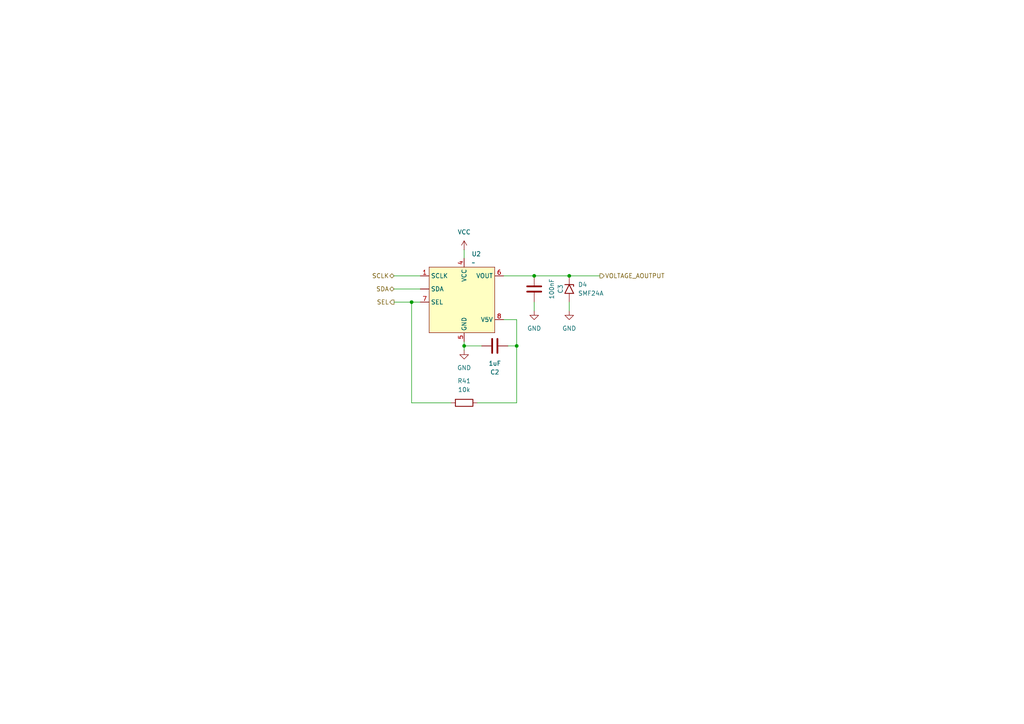
<source format=kicad_sch>
(kicad_sch (version 20250114) (generator "eeschema") (generator_version "9.0")
  (paper "A4")
  (lib_symbols
    (symbol "Device:C" (pin_numbers (hide yes)) (pin_names (offset 0.254))
      (property "Reference" "C" (at 0.635 2.54 0))
      (property "Value" "C" (at 0.635 -2.54 0))
      (symbol "C_0_1"
        (polyline (pts (xy -2.032 0.762) (xy 2.032 0.762)) (stroke (width 0.508)))
        (polyline (pts (xy -2.032 -0.762) (xy 2.032 -0.762)) (stroke (width 0.508)))
      )
      (symbol "C_1_1"
        (pin passive line (at 0 3.81 270) (length 2.794) (name "~") (number "1"))
        (pin passive line (at 0 -3.81 90) (length 2.794) (name "~") (number "2"))
      )
    )
    (symbol "Device:R" (pin_numbers (hide yes)) (pin_names (offset 0))
      (property "Reference" "R" (at 2.032 0 90))
      (property "Value" "R" (at 0 0 90))
      (symbol "R_0_1"
        (rectangle (start -1.016 -2.54) (end 1.016 2.54) (stroke (width 0.254)))
      )
      (symbol "R_1_1"
        (pin passive line (at 0 3.81 270) (length 1.27) (name "~") (number "1"))
        (pin passive line (at 0 -3.81 90) (length 1.27) (name "~") (number "2"))
      )
    )
    (symbol "Diode:SMF24A" (pin_numbers (hide yes)) (pin_names (offset 1.016) (hide yes))
      (property "Reference" "D" (at 0 2.54 0))
      (property "Value" "SMF24A" (at 0 -2.54 0))
      (symbol "SMF24A_0_1"
        (polyline (pts (xy -0.762 1.27) (xy -1.27 1.27) (xy -1.27 -1.27)) (stroke (width 0.254)))
        (polyline (pts (xy 1.27 1.27) (xy 1.27 -1.27) (xy -1.27 0) (xy 1.27 1.27)) (stroke (width 0.254)))
      )
      (symbol "SMF24A_1_1"
        (pin passive line (at -3.81 0 0) (length 2.54) (name "A1") (number "1"))
        (pin passive line (at 3.81 0 180) (length 2.54) (name "A2") (number "2"))
      )
    )
    (symbol "Riqi_Parts:GP8201S"
      (property "Reference" "U" (at 0 0 0))
      (symbol "GP8201S_1_1"
        (rectangle (start -3.81 -1.27) (end 15.24 -20.32) (fill (type background)))
        (pin passive line (at -6.35 -3.81 0) (length 2.54) (name "SCLK") (number "1"))
        (pin passive line (at -6.35 -7.62 0) (length 2.54) (name "SDA") (number ""))
        (pin passive line (at -6.35 -11.43 0) (length 2.54) (name "SEL") (number "7"))
        (pin passive line (at 6.35 1.27 270) (length 2.54) (name "VCC") (number "4"))
        (pin passive line (at 6.35 -22.86 90) (length 2.54) (name "GND") (number "5"))
        (pin passive line (at 17.78 -3.81 180) (length 2.54) (name "VOUT") (number "6"))
        (pin passive line (at 17.78 -16.51 180) (length 2.54) (name "V5V") (number "8"))
      )
    )
    (symbol "power:GND" (power) (pin_numbers (hide yes)) (pin_names (offset 0) (hide yes))
      (property "Value" "GND" (at 0 -3.81 0))
      (symbol "GND_0_1"
        (polyline (pts (xy 0 0) (xy 0 -1.27) (xy 1.27 -1.27) (xy 0 -2.54) (xy -1.27 -1.27) (xy 0 -1.27)))
      )
      (symbol "GND_1_1"
        (pin power_in line (at 0 0 270) (length 0) (name "~") (number "1"))
      )
    )
    (symbol "power:VCC" (power) (pin_numbers (hide yes)) (pin_names (offset 0) (hide yes))
      (property "Value" "VCC" (at 0 3.556 0))
      (symbol "VCC_0_1"
        (polyline (pts (xy -0.762 1.27) (xy 0 2.54)))
        (polyline (pts (xy 0 2.54) (xy 0.762 1.27)))
        (polyline (pts (xy 0 0) (xy 0 2.54)))
      )
      (symbol "VCC_1_1"
        (pin power_in line (at 0 0 90) (length 0) (name "~") (number "1"))
      )
    )
  )
  (junction (at 154.94 80.01))
  (junction (at 165.1 80.01))
  (junction (at 119.38 87.63))
  (junction (at 149.86 100.33))
  (junction (at 134.62 100.33))
  (wire (pts (xy 147.32 100.33) (xy 149.86 100.33)))
  (wire (pts (xy 134.62 100.33) (xy 134.62 101.6)))
  (wire (pts (xy 134.62 72.39) (xy 134.62 74.93)))
  (wire (pts (xy 134.62 100.33) (xy 139.7 100.33)))
  (wire (pts (xy 114.3 83.82) (xy 121.92 83.82)))
  (wire (pts (xy 134.62 99.06) (xy 134.62 100.33)))
  (wire (pts (xy 119.38 87.63) (xy 119.38 116.84)))
  (wire (pts (xy 165.1 87.63) (xy 165.1 90.17)))
  (wire (pts (xy 154.94 80.01) (xy 165.1 80.01)))
  (wire (pts (xy 154.94 87.63) (xy 154.94 90.17)))
  (wire (pts (xy 138.43 116.84) (xy 149.86 116.84)))
  (wire (pts (xy 149.86 116.84) (xy 149.86 100.33)))
  (wire (pts (xy 149.86 100.33) (xy 149.86 92.71)))
  (wire (pts (xy 114.3 87.63) (xy 119.38 87.63)))
  (wire (pts (xy 119.38 87.63) (xy 121.92 87.63)))
  (wire (pts (xy 114.3 80.01) (xy 121.92 80.01)))
  (wire (pts (xy 146.05 80.01) (xy 154.94 80.01)))
  (wire (pts (xy 149.86 92.71) (xy 146.05 92.71)))
  (wire (pts (xy 165.1 80.01) (xy 173.99 80.01)))
  (wire (pts (xy 130.81 116.84) (xy 119.38 116.84)))
  (hierarchical_label "VOLTAGE_AOUTPUT" (shape output) (at 173.99 80.01 0))
  (hierarchical_label "SEL" (shape output) (at 114.3 87.63 180))
  (hierarchical_label "SCLK" (shape bidirectional) (at 114.3 80.01 180))
  (hierarchical_label "SDA" (shape bidirectional) (at 114.3 83.82 180))
  (symbol (lib_id "Riqi_Parts:GP8201S") (at 128.27 76.2 0) (unit 1)
    (property "Reference" "U2" (at 136.7633 73.66 0) (effects (justify left)))
    (property "Value" "~" (at 136.7633 76.2 0) (effects (justify left)))
    (property "Footprint" "Riqi_Parts:eSOP-8" (effects (hide yes)))
    (property "Datasheet" "https://lcsc.com/datasheet/lcsc_datasheet_2410121507_Guestgood-GP8201S-TC50-EW_C5240058.pdf" (effects (hide yes)))
  )
  (symbol (lib_id "power:GND") (at 165.1 90.17 0) (unit 1)
    (property "Reference" "#PWR062" (effects (hide yes)))
    (property "Value" "GND" (at 165.1 95.25 0))
    (property "Description" "Power symbol creates a global label with name \"GND\" , ground" (effects (hide yes)))
  )
  (symbol (lib_id "Diode:SMF24A") (at 165.1 83.82 270) (unit 1)
    (property "Reference" "D4" (at 167.64 82.5499 90) (effects (justify left)))
    (property "Value" "SMF24A" (at 167.64 85.0899 90) (effects (justify left)))
    (property "Footprint" "Diode_SMD:D_SMF" (effects (hide yes)))
    (property "Datasheet" "https://www.vishay.com/doc?85881" (effects (hide yes)))
    (property "Description" "200W unidirectional Transil Transient Voltage Suppressor, 24Vrwm, SMF" (effects (hide yes)))
    (property "LCSC#" "C7495269" (effects (hide yes)))
  )
  (symbol (lib_id "Device:C") (at 143.51 100.33 90) (unit 1)
    (property "Reference" "C2" (at 143.51 107.95 90))
    (property "Value" "1uF" (at 143.51 105.41 90))
    (property "Description" "Unpolarized capacitor" (effects (hide yes)))
  )
  (symbol (lib_id "power:VCC") (at 134.62 72.39 0) (unit 1)
    (property "Reference" "#PWR059" (effects (hide yes)))
    (property "Value" "VCC" (at 134.62 67.31 0))
    (property "Description" "Power symbol creates a global label with name \"VCC\"" (effects (hide yes)))
  )
  (symbol (lib_id "power:GND") (at 154.94 90.17 0) (unit 1)
    (property "Reference" "#PWR061" (effects (hide yes)))
    (property "Value" "GND" (at 154.94 95.25 0))
    (property "Description" "Power symbol creates a global label with name \"GND\" , ground" (effects (hide yes)))
  )
  (symbol (lib_id "power:GND") (at 134.62 101.6 0) (unit 1)
    (property "Reference" "#PWR060" (effects (hide yes)))
    (property "Value" "GND" (at 134.62 106.68 0))
    (property "Description" "Power symbol creates a global label with name \"GND\" , ground" (effects (hide yes)))
  )
  (symbol (lib_id "Device:C") (at 154.94 83.82 180) (unit 1)
    (property "Reference" "C3" (at 162.56 83.82 90))
    (property "Value" "100nF" (at 160.02 83.82 90))
    (property "Description" "Unpolarized capacitor" (effects (hide yes)))
  )
  (symbol (lib_id "Device:R") (at 134.62 116.84 90) (unit 1)
    (property "Reference" "R41" (at 134.62 110.49 90))
    (property "Value" "10k" (at 134.62 113.03 90))
    (property "Description" "Resistor" (effects (hide yes)))
  )
)
</source>
